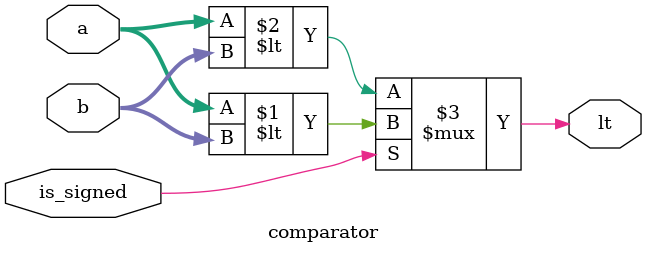
<source format=sv>
module comparator (
	input  logic [31:0] a, b,
	input  logic is_signed,
	output logic lt
);
	// assign eq  = (a == b);
	// assign neq = (a != b);
	assign lt  = is_signed ? ($signed(a) < $signed(b)) : (a < b);
	// assign lte = is_signed ? ($signed(a) <= $signed(b)) : (a <= b);
	// assign gt  = is_signed ? ($signed(a) > $signed(b)) : (a > b);
	// assign gte = is_signed ? ($signed(a) >= $signed(b)) : (a >= b);
	
endmodule
</source>
